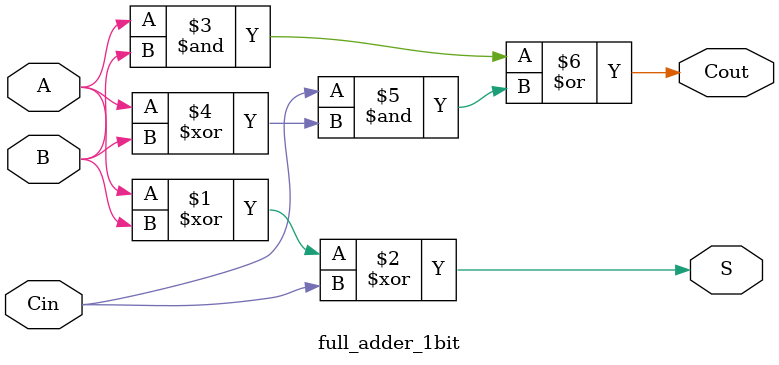
<source format=v>
module full_adder_1bit (A, B, Cin, S, Cout);
//-------------Input Ports Declarations-----------------------------
input A, B, Cin;
//-------------Output Ports Declarations-----------------------------
output S, Cout;
//-------------Logic-----------------------------------------------
assign S = A ^ B ^ Cin ;
assign Cout = (A & B) | (Cin & (A ^ B));
endmodule
</source>
